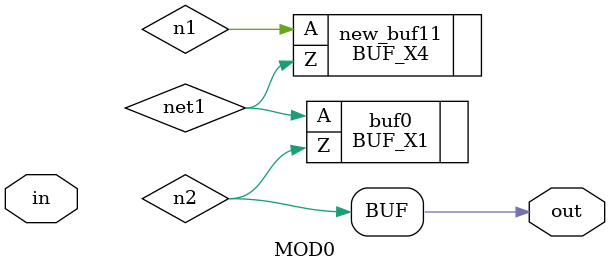
<source format=v>
module top (in,
    out);
 input in;
 output out;

 wire n2;
 wire n1;
 wire net2;

 MOD0 mod0 (.out(n2),
    .in(n1));
 BUF_X4 new_buf22 (.A(n2),
    .Z(net2));
 assign out = net2;
endmodule
module MOD0 (out,
    in);
 output out;
 input in;

 wire n2;
 wire n1;
 wire net1;

 BUF_X1 buf0 (.A(net1),
    .Z(n2));
 BUF_X4 new_buf11 (.A(n1),
    .Z(net1));
 assign out = n2;
endmodule

</source>
